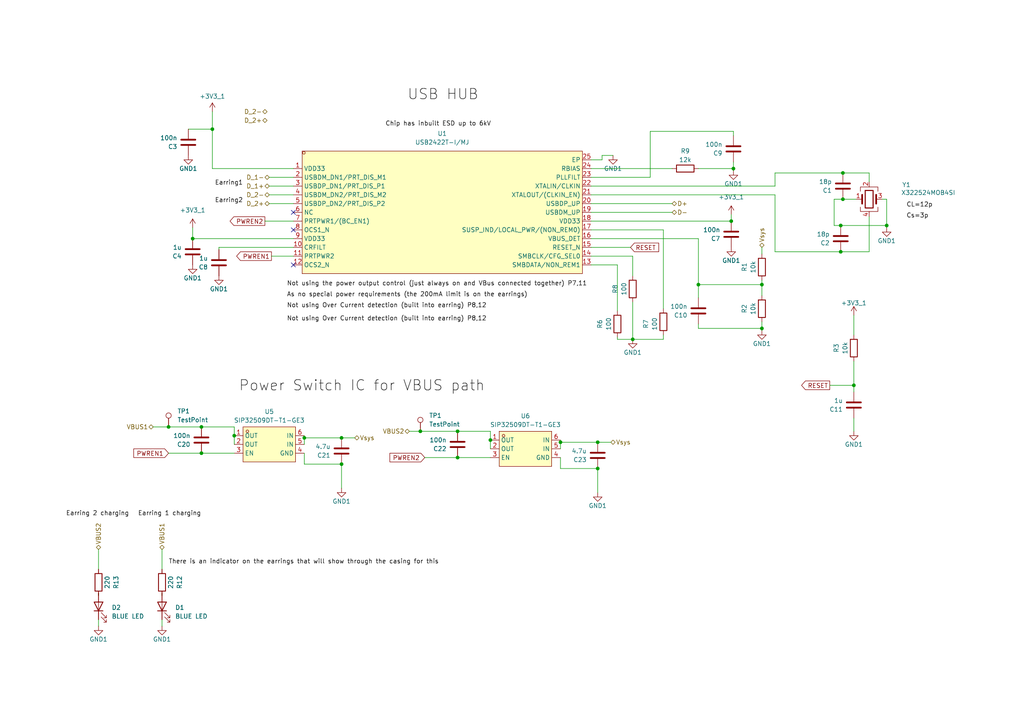
<source format=kicad_sch>
(kicad_sch (version 20231120) (generator "eeschema") (generator_version "8.0")
  (paper "A4")
  (title_block (title "BLEarrings V1") (date "2024-12-27") (rev "00.00") (company "DK"))
  (lib_symbols
    (symbol "Connector:TestPoint" (pin_numbers hide) (pin_names (offset 0.762) hide)
      (property "Reference" "TP" (at 0 6.858 0))
      (property "Value" "TestPoint" (at 0 5.08 0))
      (symbol "TestPoint_0_1"
        (circle (center 0 3.302) (radius 0.762))
      )
      (symbol "TestPoint_1_1"
        (pin passive line (at 0 0 90) (length 2.54) (name "1") (number "1"))
      )
    )
    (symbol "CustomPWR:+3V3_1" (power) (pin_names (offset 0))
      (property "Value" "+3V3_1" (at 0 3.556 0))
      (symbol "+3V3_1_0_1"
        (polyline (pts (xy -0.762 1.27) (xy 0 2.54)))
        (polyline (pts (xy 0 0) (xy 0 2.54)))
        (polyline (pts (xy 0 2.54) (xy 0.762 1.27)))
      )
      (symbol "+3V3_1_1_1"
        (pin power_in line (at 0 0 90) (length 0) hide (name "+3V3_1") (number "1"))
      )
    )
    (symbol "Device:C" (pin_numbers hide) (pin_names (offset 0.254))
      (property "Reference" "C" (at 0.635 2.54 0))
      (property "Value" "C" (at 0.635 -2.54 0))
      (symbol "C_0_1"
        (polyline (pts (xy -2.032 -0.762) (xy 2.032 -0.762)) (stroke (width 0.508)))
        (polyline (pts (xy -2.032 0.762) (xy 2.032 0.762)) (stroke (width 0.508)))
      )
      (symbol "C_1_1"
        (pin passive line (at 0 3.81 270) (length 2.794) (name "~") (number "1"))
        (pin passive line (at 0 -3.81 90) (length 2.794) (name "~") (number "2"))
      )
    )
    (symbol "Device:Crystal_GND24" (pin_names (offset 1.016) hide)
      (property "Reference" "Y" (at 3.175 5.08 0))
      (property "Value" "Crystal_GND24" (at 3.175 3.175 0))
      (symbol "Crystal_GND24_0_1"
        (rectangle (start -1.143 2.54) (end 1.143 -2.54) (stroke (width 0.3048)))
        (polyline (pts (xy -2.54 0) (xy -2.032 0)))
        (polyline (pts (xy -2.032 -1.27) (xy -2.032 1.27)) (stroke (width 0.508)))
        (polyline (pts (xy 0 -3.81) (xy 0 -3.556)))
        (polyline (pts (xy 0 3.556) (xy 0 3.81)))
        (polyline (pts (xy 2.032 -1.27) (xy 2.032 1.27)) (stroke (width 0.508)))
        (polyline (pts (xy 2.032 0) (xy 2.54 0)))
        (polyline (pts (xy -2.54 -2.286) (xy -2.54 -3.556) (xy 2.54 -3.556) (xy 2.54 -2.286)))
        (polyline (pts (xy -2.54 2.286) (xy -2.54 3.556) (xy 2.54 3.556) (xy 2.54 2.286)))
      )
      (symbol "Crystal_GND24_1_1"
        (pin passive line (at -3.81 0 0) (length 1.27) (name "1") (number "1"))
        (pin passive line (at 0 5.08 270) (length 1.27) (name "2") (number "2"))
        (pin passive line (at 3.81 0 180) (length 1.27) (name "3") (number "3"))
        (pin passive line (at 0 -5.08 90) (length 1.27) (name "4") (number "4"))
      )
    )
    (symbol "Device:LED" (pin_numbers hide) (pin_names (offset 1.016) hide)
      (property "Reference" "D" (at 0 2.54 0))
      (property "Value" "LED" (at 0 -2.54 0))
      (symbol "LED_0_1"
        (polyline (pts (xy -1.27 -1.27) (xy -1.27 1.27)) (stroke (width 0.254)))
        (polyline (pts (xy -1.27 0) (xy 1.27 0)))
        (polyline (pts (xy 1.27 -1.27) (xy 1.27 1.27) (xy -1.27 0) (xy 1.27 -1.27)) (stroke (width 0.254)))
        (polyline (pts (xy -3.048 -0.762) (xy -4.572 -2.286) (xy -3.81 -2.286) (xy -4.572 -2.286) (xy -4.572 -1.524)))
        (polyline (pts (xy -1.778 -0.762) (xy -3.302 -2.286) (xy -2.54 -2.286) (xy -3.302 -2.286) (xy -3.302 -1.524)))
      )
      (symbol "LED_1_1"
        (pin passive line (at -3.81 0 0) (length 2.54) (name "K") (number "1"))
        (pin passive line (at 3.81 0 180) (length 2.54) (name "A") (number "2"))
      )
    )
    (symbol "Device:R" (pin_numbers hide) (pin_names (offset 0))
      (property "Reference" "R" (at 2.032 0 90))
      (property "Value" "R" (at 0 0 90))
      (symbol "R_0_1"
        (rectangle (start -1.016 -2.54) (end 1.016 2.54) (stroke (width 0.254)))
      )
      (symbol "R_1_1"
        (pin passive line (at 0 3.81 270) (length 1.27) (name "~") (number "1"))
        (pin passive line (at 0 -3.81 90) (length 1.27) (name "~") (number "2"))
      )
    )
    (symbol "easyeda2kicad:SIP32509DT-T1-GE3"
      (property "Reference" "U" (at 0 7.62 0))
      (property "Value" "SIP32509DT-T1-GE3" (at 0 -7.62 0))
      (symbol "SIP32509DT-T1-GE3_0_1"
        (rectangle (start -7.62 5.08) (end 7.62 -5.08) (fill (type background)))
        (circle (center -6.35 3.81) (radius 0.38))
        (pin unspecified line (at -10.16 2.54 0) (length 2.54) (name "OUT") (number "1"))
        (pin unspecified line (at -10.16 0 0) (length 2.54) (name "OUT") (number "2"))
        (pin unspecified line (at -10.16 -2.54 0) (length 2.54) (name "EN") (number "3"))
        (pin unspecified line (at 10.16 -2.54 180) (length 2.54) (name "GND") (number "4"))
        (pin unspecified line (at 10.16 0 180) (length 2.54) (name "IN") (number "5"))
        (pin unspecified line (at 10.16 2.54 180) (length 2.54) (name "IN") (number "6"))
      )
    )
    (symbol "easyeda2kicad:USB2422T-I_MJ"
      (property "Reference" "U" (at 0 20.32 0))
      (property "Value" "USB2422T-I/MJ" (at 0 -20.32 0))
      (symbol "USB2422T-I_MJ_0_1"
        (rectangle (start -40.64 17.78) (end 40.64 -17.78) (fill (type background)))
        (circle (center -40.13 17.27) (radius 0.38))
        (pin unspecified line (at -43.18 12.7 0) (length 2.54) (name "VDD33") (number "1"))
        (pin unspecified line (at -43.18 -10.16 0) (length 2.54) (name "CRFILT") (number "10"))
        (pin unspecified line (at -43.18 -12.7 0) (length 2.54) (name "PRTPWR2") (number "11"))
        (pin unspecified line (at -43.18 -15.24 0) (length 2.54) (name "OCS2_N") (number "12"))
        (pin unspecified line (at 43.18 -15.24 180) (length 2.54) (name "SMBDATA/NON_REM1") (number "13"))
        (pin unspecified line (at 43.18 -12.7 180) (length 2.54) (name "SMBCLK/CFG_SEL0") (number "14"))
        (pin unspecified line (at 43.18 -10.16 180) (length 2.54) (name "RESET_N") (number "15"))
        (pin unspecified line (at 43.18 -7.62 180) (length 2.54) (name "VBUS_DET") (number "16"))
        (pin unspecified line (at 43.18 -5.08 180) (length 2.54) (name "SUSP_IND/LOCAL_PWR/(NON_REM0)") (number "17"))
        (pin unspecified line (at 43.18 -2.54 180) (length 2.54) (name "VDD33") (number "18"))
        (pin unspecified line (at 43.18 0 180) (length 2.54) (name "USBDM_UP") (number "19"))
        (pin unspecified line (at -43.18 10.16 0) (length 2.54) (name "USBDM_DN1/PRT_DIS_M1") (number "2"))
        (pin unspecified line (at 43.18 2.54 180) (length 2.54) (name "USBDP_UP") (number "20"))
        (pin unspecified line (at 43.18 5.08 180) (length 2.54) (name "XTALOUT/(CLKIN_EN)") (number "21"))
        (pin unspecified line (at 43.18 7.62 180) (length 2.54) (name "XTALIN/CLKIN") (number "22"))
        (pin unspecified line (at 43.18 10.16 180) (length 2.54) (name "PLLFILT") (number "23"))
        (pin unspecified line (at 43.18 12.7 180) (length 2.54) (name "RBIAS") (number "24"))
        (pin unspecified line (at 43.18 15.24 180) (length 2.54) (name "EP") (number "25"))
        (pin unspecified line (at -43.18 7.62 0) (length 2.54) (name "USBDP_DN1/PRT_DIS_P1") (number "3"))
        (pin unspecified line (at -43.18 5.08 0) (length 2.54) (name "USBDM_DN2/PRT_DIS_M2") (number "4"))
        (pin unspecified line (at -43.18 2.54 0) (length 2.54) (name "USBDP_DN2/PRT_DIS_P2") (number "5"))
        (pin unspecified line (at -43.18 0 0) (length 2.54) (name "NC") (number "6"))
        (pin unspecified line (at -43.18 -2.54 0) (length 2.54) (name "PRTPWR1/(BC_EN1)") (number "7"))
        (pin unspecified line (at -43.18 -5.08 0) (length 2.54) (name "OCS1_N") (number "8"))
        (pin unspecified line (at -43.18 -7.62 0) (length 2.54) (name "VDD33") (number "9"))
      )
    )
    (symbol "power:GND1" (power) (pin_names (offset 0))
      (property "Value" "GND1" (at 0 -3.81 0))
      (symbol "GND1_0_1"
        (polyline (pts (xy 0 0) (xy 0 -1.27) (xy 1.27 -1.27) (xy 0 -2.54) (xy -1.27 -1.27) (xy 0 -1.27)))
      )
      (symbol "GND1_1_1"
        (pin power_in line (at 0 0 270) (length 0) hide (name "GND1") (number "1"))
      )
    )
  )
  (junction (at 99.06 127))
  (junction (at 243.84 73.025))
  (junction (at 183.515 98.425))
  (junction (at 244.475 57.785))
  (junction (at 212.725 48.895))
  (junction (at 247.65 111.76))
  (junction (at 132.715 132.715))
  (junction (at 173.355 128.27))
  (junction (at 48.895 123.825))
  (junction (at 88.265 127))
  (junction (at 58.42 123.825))
  (junction (at 162.56 128.27))
  (junction (at 202.565 82.55))
  (junction (at 220.98 95.25))
  (junction (at 99.06 134.62))
  (junction (at 121.92 125.095))
  (junction (at 243.84 65.405))
  (junction (at 67.945 126.365))
  (junction (at 132.715 125.095))
  (junction (at 55.88 69.215))
  (junction (at 220.98 82.55))
  (junction (at 212.09 64.135))
  (junction (at 142.24 127.635))
  (junction (at 244.475 50.165))
  (junction (at 173.355 135.89))
  (junction (at 61.595 37.465))
  (junction (at 58.42 131.445))
  (junction (at 257.175 65.405))
  (no_connect (at 85.09 66.675))
  (no_connect (at 85.09 61.595))
  (no_connect (at 85.09 76.835))
  (wire (pts (xy 244.475 50.165) (xy 252.095 50.165)))
  (wire (pts (xy 247.65 111.76) (xy 247.65 104.775)))
  (wire (pts (xy 99.06 127) (xy 102.87 127)))
  (wire (pts (xy 220.98 95.885) (xy 220.98 95.25)))
  (wire (pts (xy 188.595 38.1) (xy 212.725 38.1)))
  (wire (pts (xy 55.88 66.04) (xy 55.88 69.215)))
  (wire (pts (xy 212.725 49.53) (xy 212.725 48.895)))
  (wire (pts (xy 67.945 123.825) (xy 67.945 126.365)))
  (wire (pts (xy 220.98 85.725) (xy 220.98 82.55)))
  (wire (pts (xy 171.45 59.055) (xy 194.945 59.055)))
  (wire (pts (xy 179.07 98.425) (xy 179.07 97.79)))
  (wire (pts (xy 220.98 95.25) (xy 220.98 93.345)))
  (wire (pts (xy 118.745 125.095) (xy 121.92 125.095)))
  (wire (pts (xy 171.45 61.595) (xy 194.945 61.595)))
  (wire (pts (xy 63.5 72.39) (xy 63.5 71.755)))
  (wire (pts (xy 220.98 73.66) (xy 220.98 71.755)))
  (wire (pts (xy 182.88 71.755) (xy 171.45 71.755)))
  (wire (pts (xy 171.45 74.295) (xy 183.515 74.295)))
  (wire (pts (xy 162.56 135.89) (xy 162.56 132.715)))
  (wire (pts (xy 188.595 51.435) (xy 188.595 38.1)))
  (wire (pts (xy 54.61 37.465) (xy 61.595 37.465)))
  (wire (pts (xy 248.285 57.785) (xy 244.475 57.785)))
  (wire (pts (xy 202.565 82.55) (xy 202.565 69.215)))
  (wire (pts (xy 220.98 81.28) (xy 220.98 82.55)))
  (wire (pts (xy 202.565 82.55) (xy 202.565 86.36)))
  (wire (pts (xy 55.88 69.215) (xy 85.09 69.215)))
  (wire (pts (xy 171.45 64.135) (xy 212.09 64.135)))
  (wire (pts (xy 46.99 159.385) (xy 46.99 165.1)))
  (wire (pts (xy 202.565 95.25) (xy 202.565 93.98)))
  (wire (pts (xy 88.265 127) (xy 88.265 128.905)))
  (wire (pts (xy 257.175 57.785) (xy 255.905 57.785)))
  (wire (pts (xy 247.65 91.44) (xy 247.65 97.155)))
  (wire (pts (xy 132.715 132.715) (xy 142.24 132.715)))
  (wire (pts (xy 244.475 57.785) (xy 241.935 57.785)))
  (wire (pts (xy 142.24 127.635) (xy 142.24 130.175)))
  (wire (pts (xy 171.45 48.895) (xy 194.945 48.895)))
  (wire (pts (xy 183.515 98.425) (xy 179.07 98.425)))
  (wire (pts (xy 247.65 111.76) (xy 247.65 113.665)))
  (wire (pts (xy 241.935 57.785) (xy 241.935 65.405)))
  (wire (pts (xy 162.56 128.27) (xy 162.56 130.175)))
  (wire (pts (xy 171.45 51.435) (xy 188.595 51.435)))
  (wire (pts (xy 224.79 73.025) (xy 243.84 73.025)))
  (wire (pts (xy 88.265 134.62) (xy 88.265 131.445)))
  (wire (pts (xy 183.515 80.01) (xy 183.515 74.295)))
  (wire (pts (xy 174.625 46.355) (xy 171.45 46.355)))
  (wire (pts (xy 192.405 97.155) (xy 192.405 98.425)))
  (wire (pts (xy 28.575 179.705) (xy 28.575 181.61)))
  (wire (pts (xy 243.84 65.405) (xy 257.175 65.405)))
  (wire (pts (xy 173.355 135.89) (xy 162.56 135.89)))
  (wire (pts (xy 202.565 95.25) (xy 220.98 95.25)))
  (wire (pts (xy 46.99 172.72) (xy 46.99 172.085)))
  (wire (pts (xy 78.105 56.515) (xy 85.09 56.515)))
  (wire (pts (xy 61.595 37.465) (xy 61.595 48.895)))
  (wire (pts (xy 240.665 111.76) (xy 247.65 111.76)))
  (wire (pts (xy 88.265 127) (xy 99.06 127)))
  (wire (pts (xy 48.895 123.825) (xy 58.42 123.825)))
  (wire (pts (xy 67.945 126.365) (xy 67.945 128.905)))
  (wire (pts (xy 132.715 125.095) (xy 142.24 125.095)))
  (wire (pts (xy 78.105 59.055) (xy 85.09 59.055)))
  (wire (pts (xy 61.595 32.385) (xy 61.595 37.465)))
  (wire (pts (xy 28.575 172.72) (xy 28.575 172.085)))
  (wire (pts (xy 174.625 45.085) (xy 174.625 46.355)))
  (wire (pts (xy 58.42 123.825) (xy 67.945 123.825)))
  (wire (pts (xy 171.45 66.675) (xy 192.405 66.675)))
  (wire (pts (xy 76.835 64.135) (xy 85.09 64.135)))
  (wire (pts (xy 252.095 73.025) (xy 252.095 62.865)))
  (wire (pts (xy 123.19 132.715) (xy 132.715 132.715)))
  (wire (pts (xy 243.84 73.025) (xy 252.095 73.025)))
  (wire (pts (xy 212.725 46.99) (xy 212.725 48.895)))
  (wire (pts (xy 224.79 50.165) (xy 244.475 50.165)))
  (wire (pts (xy 241.935 65.405) (xy 243.84 65.405)))
  (wire (pts (xy 224.79 73.025) (xy 224.79 56.515)))
  (wire (pts (xy 48.895 131.445) (xy 58.42 131.445)))
  (wire (pts (xy 257.175 65.405) (xy 257.175 57.785)))
  (wire (pts (xy 162.56 128.27) (xy 162.56 127.635)))
  (wire (pts (xy 44.45 123.825) (xy 48.895 123.825)))
  (wire (pts (xy 177.8 45.085) (xy 174.625 45.085)))
  (wire (pts (xy 171.45 69.215) (xy 202.565 69.215)))
  (wire (pts (xy 99.06 141.605) (xy 99.06 134.62)))
  (wire (pts (xy 212.725 38.1) (xy 212.725 39.37)))
  (wire (pts (xy 63.5 71.755) (xy 85.09 71.755)))
  (wire (pts (xy 171.45 56.515) (xy 224.79 56.515)))
  (wire (pts (xy 121.92 125.095) (xy 132.715 125.095)))
  (wire (pts (xy 162.56 128.27) (xy 173.355 128.27)))
  (wire (pts (xy 171.45 53.975) (xy 224.79 53.975)))
  (wire (pts (xy 192.405 89.535) (xy 192.405 66.675)))
  (wire (pts (xy 202.565 48.895) (xy 212.725 48.895)))
  (wire (pts (xy 78.74 74.295) (xy 85.09 74.295)))
  (wire (pts (xy 99.06 134.62) (xy 88.265 134.62)))
  (wire (pts (xy 88.265 127) (xy 88.265 126.365)))
  (wire (pts (xy 46.99 179.705) (xy 46.99 181.61)))
  (wire (pts (xy 252.095 50.165) (xy 252.095 52.705)))
  (wire (pts (xy 58.42 131.445) (xy 67.945 131.445)))
  (wire (pts (xy 28.575 159.385) (xy 28.575 165.1)))
  (wire (pts (xy 247.65 121.285) (xy 247.65 125.095)))
  (wire (pts (xy 224.79 50.165) (xy 224.79 53.975)))
  (wire (pts (xy 179.07 90.17) (xy 179.07 76.835)))
  (wire (pts (xy 212.09 62.23) (xy 212.09 64.135)))
  (wire (pts (xy 142.24 125.095) (xy 142.24 127.635)))
  (wire (pts (xy 192.405 98.425) (xy 183.515 98.425)))
  (wire (pts (xy 173.355 142.875) (xy 173.355 135.89)))
  (wire (pts (xy 78.105 51.435) (xy 85.09 51.435)))
  (wire (pts (xy 183.515 87.63) (xy 183.515 98.425)))
  (wire (pts (xy 257.175 66.04) (xy 257.175 65.405)))
  (wire (pts (xy 78.105 53.975) (xy 85.09 53.975)))
  (wire (pts (xy 85.09 48.895) (xy 61.595 48.895)))
  (wire (pts (xy 202.565 82.55) (xy 220.98 82.55)))
  (wire (pts (xy 171.45 76.835) (xy 179.07 76.835)))
  (wire (pts (xy 173.355 128.27) (xy 177.165 128.27)))
  (label "Earring2" (at 70.485 59.055 180))
  (label "USB HUB" (at 118.11 29.845 0) (effects (font (size 3 3))))
  (label "Cs=3p" (at 262.89 63.5 0))
  (label "Earring 2 charging" (at 37.465 149.86 180))
  (label "Not using Over Current detection (built into earring) P8,12" (at 83.185 93.345 0))
  (label "Earring 1 charging" (at 40.005 149.86 0))
  (label "Chip has inbuilt ESD up to 6kV" (at 111.76 36.83 0))
  (label "CL=12p" (at 262.89 60.325 0))
  (label "Not using the power output control (just always on and VBus connected together) P7,11" (at 83.185 83.185 0))
  (label "Power Switch IC for VBUS path" (at 69.215 114.3 0) (effects (font (size 3 3))))
  (label "There is an indicator on the earrings that will show through the casing for this" (at 48.895 163.83 0))
  (label "Earring1" (at 70.485 53.975 180))
  (label "As no special power requirements (the 200mA limit is on the earrings)" (at 83.185 86.36 0))
  (label "Not using Over Current detection (built into earring) P8,12" (at 83.185 89.535 0))
  (global_label "PWREN1" (shape output) (at 78.74 74.295 180) (property "Intersheetrefs" "${INTERSHEET_REFS}" (effects (hide yes))))
  (global_label "PWREN1" (shape input) (at 48.895 131.445 180) (property "Intersheetrefs" "${INTERSHEET_REFS}" (effects (hide yes))))
  (global_label "RESET" (shape input) (at 182.88 71.755 0) (property "Intersheetrefs" "${INTERSHEET_REFS}" (effects (hide yes))))
  (global_label "PWREN2" (shape output) (at 76.835 64.135 180) (property "Intersheetrefs" "${INTERSHEET_REFS}" (effects (hide yes))))
  (global_label "PWREN2" (shape input) (at 123.19 132.715 180) (property "Intersheetrefs" "${INTERSHEET_REFS}" (effects (hide yes))))
  (global_label "RESET" (shape output) (at 240.665 111.76 180) (property "Intersheetrefs" "${INTERSHEET_REFS}" (effects (hide yes))))
  (hierarchical_label "D_2+" (shape bidirectional) (at 77.47 34.925 180))
  (hierarchical_label "D_2-" (shape bidirectional) (at 78.105 56.515 180))
  (hierarchical_label "D-" (shape bidirectional) (at 194.945 61.595 0))
  (hierarchical_label "Vsys" (shape bidirectional) (at 220.98 71.755 90))
  (hierarchical_label "Vsys" (shape bidirectional) (at 102.87 127 0))
  (hierarchical_label "D_1-" (shape bidirectional) (at 78.105 51.435 180))
  (hierarchical_label "D_2-" (shape bidirectional) (at 77.47 32.385 180))
  (hierarchical_label "D_1+" (shape bidirectional) (at 78.105 53.975 180))
  (hierarchical_label "D+" (shape bidirectional) (at 194.945 59.055 0))
  (hierarchical_label "VBUS1" (shape bidirectional) (at 44.45 123.825 180))
  (hierarchical_label "D_2+" (shape bidirectional) (at 78.105 59.055 180))
  (hierarchical_label "VBUS1" (shape bidirectional) (at 46.99 159.385 90))
  (hierarchical_label "VBUS2" (shape bidirectional) (at 28.575 159.385 90))
  (hierarchical_label "VBUS2" (shape bidirectional) (at 118.745 125.095 180))
  (hierarchical_label "Vsys" (shape bidirectional) (at 177.165 128.27 0))
  (symbol (lib_id "Device:R") (at 28.575 168.91 0) (unit 1)
    (property "Reference" "R13" (at 33.655 168.91 90))
    (property "Value" "220" (at 31.115 168.91 90))
    (property "Footprint" "Resistor_SMD:R_0402_1005Metric_Pad0.72x0.64mm_HandSolder" (effects (hide yes)))
    (property "LCSC Part" "C112291" (effects (hide yes)))
  )
  (symbol (lib_id "easyeda2kicad:SIP32509DT-T1-GE3") (at 152.4 130.175 0) (unit 1)
    (property "Reference" "U6" (at 152.4 120.65 0))
    (property "Value" "SIP32509DT-T1-GE3" (at 152.4 123.19 0))
    (property "Footprint" "Package_TO_SOT_SMD:SOT-23-6_Handsoldering" (effects (hide yes)))
    (property "Datasheet" "https://lcsc.com/product-detail/Others_Vishay-Intertech-SIP32509DT-T1-GE3_C335619.html" (effects (hide yes)))
    (property "LCSC Part" "C335619" (effects (hide yes)))
  )
  (symbol (lib_id "Connector:TestPoint") (at 121.92 125.095 0) (unit 1)
    (property "Reference" "TP1" (at 124.46 120.523 0) (effects (justify left)))
    (property "Value" "TestPoint" (at 124.46 123.063 0) (effects (justify left)))
    (property "Footprint" "TestPoint:TestPoint_Pad_D1.0mm" (effects (hide yes)))
  )
  (symbol (lib_id "Device:C") (at 212.09 67.945 180) (unit 1)
    (property "Reference" "C7" (at 208.915 69.215 0) (effects (justify left)))
    (property "Value" "100n" (at 208.915 66.675 0) (effects (justify left)))
    (property "Footprint" "Capacitor_SMD:C_0402_1005Metric_Pad0.74x0.62mm_HandSolder" (effects (hide yes)))
    (property "LCSC Part" "C60474 " (effects (hide yes)))
  )
  (symbol (lib_id "Device:C") (at 54.61 41.275 180) (unit 1)
    (property "Reference" "C3" (at 51.435 42.545 0) (effects (justify left)))
    (property "Value" "100n" (at 51.435 40.005 0) (effects (justify left)))
    (property "Footprint" "Capacitor_SMD:C_0402_1005Metric_Pad0.74x0.62mm_HandSolder" (effects (hide yes)))
    (property "LCSC Part" "C60474 " (effects (hide yes)))
  )
  (symbol (lib_id "Device:R") (at 46.99 168.91 0) (unit 1)
    (property "Reference" "R12" (at 52.07 168.91 90))
    (property "Value" "220" (at 49.53 168.91 90))
    (property "Footprint" "Resistor_SMD:R_0402_1005Metric_Pad0.72x0.64mm_HandSolder" (effects (hide yes)))
    (property "LCSC Part" "C112291" (effects (hide yes)))
  )
  (symbol (lib_id "Device:R") (at 247.65 100.965 180) (unit 1)
    (property "Reference" "R3" (at 242.57 100.965 90))
    (property "Value" "10k" (at 245.11 100.965 90))
    (property "Footprint" "Resistor_SMD:R_0402_1005Metric_Pad0.72x0.64mm_HandSolder" (effects (hide yes)))
    (property "LCSC Part" "C60490 " (effects (hide yes)))
  )
  (symbol (lib_id "Connector:TestPoint") (at 48.895 123.825 0) (unit 1)
    (property "Reference" "TP1" (at 51.435 119.253 0) (effects (justify left)))
    (property "Value" "TestPoint" (at 51.435 121.793 0) (effects (justify left)))
    (property "Footprint" "TestPoint:TestPoint_Pad_D1.0mm" (effects (hide yes)))
  )
  (symbol (lib_id "power:GND1") (at 257.175 66.04 0) (unit 1)
    (property "Reference" "#PWR?" (effects (hide yes)))
    (property "Value" "GND1" (at 257.175 69.85 0))
  )
  (symbol (lib_id "easyeda2kicad:USB2422T-I_MJ") (at 128.27 61.595 0) (unit 1)
    (property "Reference" "U1" (at 128.27 38.735 0))
    (property "Value" "USB2422T-I/MJ" (at 128.27 41.275 0))
    (property "Footprint" "Package_DFN_QFN:HVQFN-24-1EP_4x4mm_P0.5mm_EP2.5x2.5mm_ThermalVias" (effects (hide yes)))
    (property "LCSC Part" "C622610" (effects (hide yes)))
  )
  (symbol (lib_id "Device:C") (at 173.355 132.08 180) (unit 1)
    (property "Reference" "C23" (at 170.18 133.35 0) (effects (justify left)))
    (property "Value" "4.7u" (at 170.18 130.81 0) (effects (justify left)))
    (property "Footprint" "Capacitor_SMD:C_0402_1005Metric_Pad0.74x0.62mm_HandSolder" (effects (hide yes)))
  )
  (symbol (lib_id "power:GND1") (at 173.355 142.875 0) (unit 1)
    (property "Reference" "#PWR?" (effects (hide yes)))
    (property "Value" "GND1" (at 173.355 146.685 0))
  )
  (symbol (lib_id "CustomPWR:+3V3_1") (at 55.88 66.04 0) (mirror y) (unit 1)
    (property "Reference" "#PWR05" (effects (hide yes)))
    (property "Value" "+3V3_1" (at 55.88 60.96 0))
  )
  (symbol (lib_id "Device:R") (at 198.755 48.895 270) (mirror x) (unit 1)
    (property "Reference" "R9" (at 198.755 43.815 90))
    (property "Value" "12k" (at 198.755 46.355 90))
    (property "Footprint" "Resistor_SMD:R_0402_1005Metric_Pad0.72x0.64mm_HandSolder" (effects (hide yes)))
    (property "LCSC Part" "C137923" (effects (hide yes)))
  )
  (symbol (lib_id "Device:R") (at 220.98 89.535 180) (unit 1)
    (property "Reference" "R2" (at 215.9 89.535 90))
    (property "Value" "10k" (at 218.44 89.535 90))
    (property "Footprint" "Resistor_SMD:R_0402_1005Metric_Pad0.72x0.64mm_HandSolder" (effects (hide yes)))
  )
  (symbol (lib_id "Device:Crystal_GND24") (at 252.095 57.785 0) (unit 1)
    (property "Reference" "Y1" (at 262.89 53.5941 0))
    (property "Value" "X322524MOB4SI" (at 269.24 55.88 0))
    (property "Footprint" "easyeda2kicad:CRYSTAL-SMD_4P-L3.2-W2.5-BL" (effects (hide yes)))
    (property "LCSC Part" "C70590 " (effects (hide yes)))
  )
  (symbol (lib_id "power:GND1") (at 177.8 45.085 0) (unit 1)
    (property "Reference" "#PWR?" (effects (hide yes)))
    (property "Value" "GND1" (at 177.8 48.895 0))
  )
  (symbol (lib_id "Device:C") (at 63.5 76.2 180) (unit 1)
    (property "Reference" "C8" (at 60.325 77.47 0) (effects (justify left)))
    (property "Value" "1u" (at 60.325 74.93 0) (effects (justify left)))
    (property "Footprint" "Capacitor_SMD:C_0402_1005Metric_Pad0.74x0.62mm_HandSolder" (effects (hide yes)))
    (property "LCSC Part" "C14445 " (effects (hide yes)))
  )
  (symbol (lib_id "Device:C") (at 55.88 73.025 180) (unit 1)
    (property "Reference" "C4" (at 52.705 74.295 0) (effects (justify left)))
    (property "Value" "1u" (at 52.705 71.755 0) (effects (justify left)))
    (property "Footprint" "Capacitor_SMD:C_0402_1005Metric_Pad0.74x0.62mm_HandSolder" (effects (hide yes)))
    (property "LCSC Part" "C14445 " (effects (hide yes)))
  )
  (symbol (lib_id "power:GND1") (at 220.98 95.885 0) (unit 1)
    (property "Reference" "#PWR?" (effects (hide yes)))
    (property "Value" "GND1" (at 220.98 99.695 0))
  )
  (symbol (lib_id "Device:C") (at 202.565 90.17 180) (unit 1)
    (property "Reference" "C10" (at 199.39 91.44 0) (effects (justify left)))
    (property "Value" "100n" (at 199.39 88.9 0) (effects (justify left)))
    (property "Footprint" "Capacitor_SMD:C_0402_1005Metric_Pad0.74x0.62mm_HandSolder" (effects (hide yes)))
  )
  (symbol (lib_id "Device:C") (at 132.715 128.905 180) (unit 1)
    (property "Reference" "C22" (at 129.54 130.175 0) (effects (justify left)))
    (property "Value" "100n" (at 129.54 127.635 0) (effects (justify left)))
    (property "Footprint" "Capacitor_SMD:C_0402_1005Metric_Pad0.74x0.62mm_HandSolder" (effects (hide yes)))
    (property "LCSC Part" "C60474 " (effects (hide yes)))
  )
  (symbol (lib_id "power:GND1") (at 28.575 181.61 0) (unit 1)
    (property "Reference" "#PWR?" (effects (hide yes)))
    (property "Value" "GND1" (at 28.575 185.42 0))
  )
  (symbol (lib_id "Device:C") (at 247.65 117.475 180) (unit 1)
    (property "Reference" "C11" (at 244.475 118.745 0) (effects (justify left)))
    (property "Value" "1u" (at 244.475 116.205 0) (effects (justify left)))
    (property "Footprint" "Capacitor_SMD:C_0402_1005Metric_Pad0.74x0.62mm_HandSolder" (effects (hide yes)))
    (property "LCSC Part" "C14445 " (effects (hide yes)))
  )
  (symbol (lib_id "power:GND1") (at 247.65 125.095 0) (unit 1)
    (property "Reference" "#PWR?" (effects (hide yes)))
    (property "Value" "GND1" (at 247.65 128.905 0))
  )
  (symbol (lib_id "CustomPWR:+3V3_1") (at 212.09 62.23 0) (mirror y) (unit 1)
    (property "Reference" "#PWR04" (effects (hide yes)))
    (property "Value" "+3V3_1" (at 212.09 57.15 0))
  )
  (symbol (lib_id "Device:R") (at 179.07 93.98 180) (unit 1)
    (property "Reference" "R6" (at 173.99 93.98 90))
    (property "Value" "100" (at 176.53 93.98 90))
    (property "Footprint" "Resistor_SMD:R_0402_1005Metric_Pad0.72x0.64mm_HandSolder" (effects (hide yes)))
    (property "LCSC Part" "C3015757 " (effects (hide yes)))
  )
  (symbol (lib_id "Device:R") (at 183.515 83.82 180) (unit 1)
    (property "Reference" "R8" (at 178.435 83.82 90))
    (property "Value" "100" (at 180.975 83.82 90))
    (property "Footprint" "Resistor_SMD:R_0402_1005Metric_Pad0.72x0.64mm_HandSolder" (effects (hide yes)))
    (property "LCSC Part" "C3015757 " (effects (hide yes)))
  )
  (symbol (lib_id "power:GND1") (at 55.88 76.835 0) (unit 1)
    (property "Reference" "#PWR?" (effects (hide yes)))
    (property "Value" "GND1" (at 55.88 80.645 0))
  )
  (symbol (lib_id "Device:C") (at 212.725 43.18 180) (unit 1)
    (property "Reference" "C9" (at 209.55 44.45 0) (effects (justify left)))
    (property "Value" "100n" (at 209.55 41.91 0) (effects (justify left)))
    (property "Footprint" "Capacitor_SMD:C_0402_1005Metric_Pad0.74x0.62mm_HandSolder" (effects (hide yes)))
    (property "LCSC Part" "C60474 " (effects (hide yes)))
  )
  (symbol (lib_id "power:GND1") (at 46.99 181.61 0) (unit 1)
    (property "Reference" "#PWR?" (effects (hide yes)))
    (property "Value" "GND1" (at 46.99 185.42 0))
  )
  (symbol (lib_id "Device:C") (at 58.42 127.635 180) (unit 1)
    (property "Reference" "C20" (at 55.245 128.905 0) (effects (justify left)))
    (property "Value" "100n" (at 55.245 126.365 0) (effects (justify left)))
    (property "Footprint" "Capacitor_SMD:C_0402_1005Metric_Pad0.74x0.62mm_HandSolder" (effects (hide yes)))
    (property "LCSC Part" "C60474 " (effects (hide yes)))
  )
  (symbol (lib_id "easyeda2kicad:SIP32509DT-T1-GE3") (at 78.105 128.905 0) (unit 1)
    (property "Reference" "U5" (at 78.105 119.38 0))
    (property "Value" "SIP32509DT-T1-GE3" (at 78.105 121.92 0))
    (property "Footprint" "Package_TO_SOT_SMD:SOT-23-6_Handsoldering" (effects (hide yes)))
    (property "Datasheet" "https://lcsc.com/product-detail/Others_Vishay-Intertech-SIP32509DT-T1-GE3_C335619.html" (effects (hide yes)))
    (property "LCSC Part" "C335619" (effects (hide yes)))
  )
  (symbol (lib_id "CustomPWR:+3V3_1") (at 61.595 32.385 0) (mirror y) (unit 1)
    (property "Reference" "#PWR018" (effects (hide yes)))
    (property "Value" "+3V3_1" (at 61.595 27.94 0))
  )
  (symbol (lib_id "power:GND1") (at 212.725 49.53 0) (unit 1)
    (property "Reference" "#PWR?" (effects (hide yes)))
    (property "Value" "GND1" (at 212.725 53.34 0))
  )
  (symbol (lib_id "Device:R") (at 192.405 93.345 180) (unit 1)
    (property "Reference" "R7" (at 187.325 93.98 90))
    (property "Value" "100" (at 189.865 93.98 90))
    (property "Footprint" "Resistor_SMD:R_0402_1005Metric_Pad0.72x0.64mm_HandSolder" (effects (hide yes)))
    (property "LCSC Part" "C3015757 " (effects (hide yes)))
  )
  (symbol (lib_id "Device:C") (at 99.06 130.81 180) (unit 1)
    (property "Reference" "C21" (at 95.885 132.08 0) (effects (justify left)))
    (property "Value" "4.7u" (at 95.885 129.54 0) (effects (justify left)))
    (property "Footprint" "Capacitor_SMD:C_0402_1005Metric_Pad0.74x0.62mm_HandSolder" (effects (hide yes)))
  )
  (symbol (lib_id "Device:R") (at 220.98 77.47 180) (unit 1)
    (property "Reference" "R1" (at 215.9 77.47 90))
    (property "Value" "10k" (at 218.44 77.47 90))
    (property "Footprint" "Resistor_SMD:R_0402_1005Metric_Pad0.72x0.64mm_HandSolder" (effects (hide yes)))
  )
  (symbol (lib_id "Device:C") (at 243.84 69.215 180) (unit 1)
    (property "Reference" "C2" (at 240.665 70.485 0) (effects (justify left)))
    (property "Value" "18p" (at 240.665 67.945 0) (effects (justify left)))
    (property "Footprint" "Capacitor_SMD:C_0402_1005Metric_Pad0.74x0.62mm_HandSolder" (effects (hide yes)))
    (property "LCSC Part" "C5137554" (effects (hide yes)))
  )
  (symbol (lib_id "CustomPWR:+3V3_1") (at 247.65 91.44 0) (unit 1)
    (property "Reference" "#PWR014" (effects (hide yes)))
    (property "Value" "+3V3_1" (at 247.65 87.884 0))
  )
  (symbol (lib_id "power:GND1") (at 63.5 80.01 0) (unit 1)
    (property "Reference" "#PWR?" (effects (hide yes)))
    (property "Value" "GND1" (at 63.5 83.82 0))
  )
  (symbol (lib_id "Device:LED") (at 28.575 175.895 90) (unit 1)
    (property "Reference" "D2" (at 32.385 176.2125 90) (effects (justify right)))
    (property "Value" "BLUE LED" (at 32.385 178.7525 90) (effects (justify right)))
    (property "Footprint" "LED_SMD:LED_0603_1608Metric_Pad1.05x0.95mm_HandSolder" (effects (hide yes)))
    (property "LCSC Part" "C7371904 " (effects (hide yes)))
  )
  (symbol (lib_id "power:GND1") (at 99.06 141.605 0) (unit 1)
    (property "Reference" "#PWR?" (effects (hide yes)))
    (property "Value" "GND1" (at 99.06 145.415 0))
  )
  (symbol (lib_id "Device:C") (at 244.475 53.975 180) (unit 1)
    (property "Reference" "C1" (at 241.3 55.245 0) (effects (justify left)))
    (property "Value" "18p" (at 241.3 52.705 0) (effects (justify left)))
    (property "Footprint" "Capacitor_SMD:C_0402_1005Metric_Pad0.74x0.62mm_HandSolder" (effects (hide yes)))
    (property "LCSC Part" "C5137554" (effects (hide yes)))
  )
  (symbol (lib_id "Device:LED") (at 46.99 175.895 90) (unit 1)
    (property "Reference" "D1" (at 50.8 176.2125 90) (effects (justify right)))
    (property "Value" "BLUE LED" (at 50.8 178.7525 90) (effects (justify right)))
    (property "Footprint" "LED_SMD:LED_0603_1608Metric_Pad1.05x0.95mm_HandSolder" (effects (hide yes)))
    (property "LCSC Part" "C7371904 " (effects (hide yes)))
  )
  (symbol (lib_id "power:GND1") (at 183.515 98.425 0) (unit 1)
    (property "Reference" "#PWR?" (effects (hide yes)))
    (property "Value" "GND1" (at 183.515 102.235 0))
  )
  (symbol (lib_id "power:GND1") (at 54.61 45.085 0) (unit 1)
    (property "Reference" "#PWR?" (effects (hide yes)))
    (property "Value" "GND1" (at 54.61 48.895 0))
  )
  (symbol (lib_id "power:GND1") (at 212.09 71.755 0) (unit 1)
    (property "Reference" "#PWR?" (effects (hide yes)))
    (property "Value" "GND1" (at 212.09 75.565 0))
  )
)
</source>
